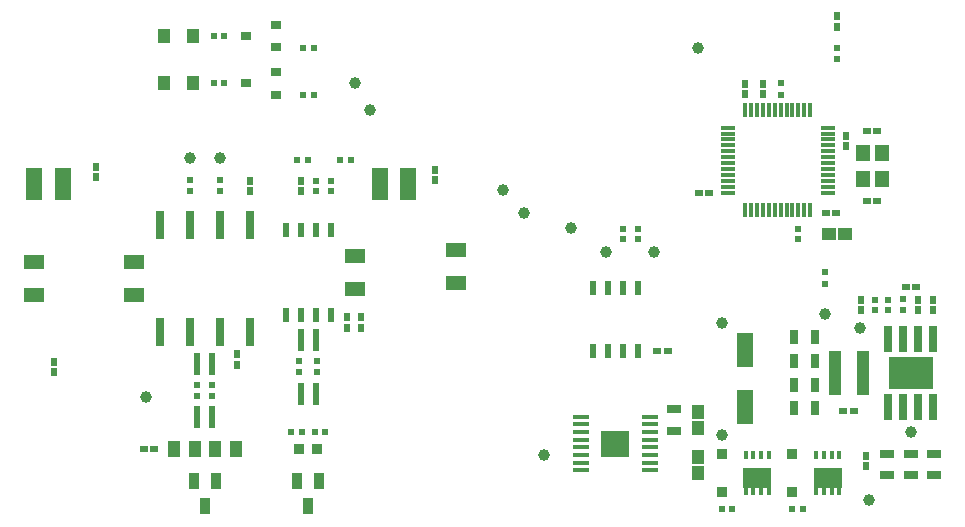
<source format=gtp>
G04*
G04 #@! TF.GenerationSoftware,Altium Limited,Altium Designer,23.9.2 (47)*
G04*
G04 Layer_Color=8421504*
%FSLAX43Y43*%
%MOMM*%
G71*
G04*
G04 #@! TF.SameCoordinates,DD1DA4F9-BAAB-46B1-B849-2321CEA9ED03*
G04*
G04*
G04 #@! TF.FilePolarity,Positive*
G04*
G01*
G75*
%ADD21R,3.700X2.700*%
%ADD22R,0.800X2.200*%
%ADD23R,1.150X1.400*%
%ADD24R,2.460X2.310*%
%ADD25R,1.461X0.356*%
%ADD26R,0.640X2.340*%
%ADD27R,0.508X1.168*%
%ADD28R,1.194X0.305*%
%ADD29R,0.305X1.194*%
%ADD30R,0.530X1.250*%
%ADD31C,1.000*%
%ADD32R,0.660X0.620*%
%ADD33R,0.600X1.850*%
%ADD34R,1.800X1.300*%
%ADD35R,0.620X0.660*%
%ADD36R,0.550X0.550*%
%ADD37R,1.400X2.800*%
%ADD38R,2.370X1.710*%
%ADD39R,0.420X0.700*%
%ADD40R,1.300X0.700*%
%ADD41R,0.900X0.900*%
%ADD42R,0.980X3.700*%
%ADD43R,0.550X0.550*%
%ADD44R,0.700X1.300*%
%ADD45R,1.000X1.150*%
%ADD46R,1.400X3.000*%
%ADD47R,0.600X0.500*%
%ADD48R,1.150X1.000*%
%ADD49R,1.100X1.250*%
%ADD50R,0.950X0.650*%
%ADD51R,0.850X0.900*%
%ADD52R,0.900X1.400*%
%ADD53R,1.000X1.350*%
D21*
X76000Y19500D02*
D03*
D22*
X74095Y16630D02*
D03*
X75365D02*
D03*
X76635D02*
D03*
X77905D02*
D03*
X74095Y22370D02*
D03*
X75365D02*
D03*
X76635D02*
D03*
X77905D02*
D03*
D23*
X73550Y35900D02*
D03*
Y38100D02*
D03*
X71950D02*
D03*
Y35900D02*
D03*
D24*
X51000Y13500D02*
D03*
D25*
X53927Y15775D02*
D03*
Y15125D02*
D03*
Y14475D02*
D03*
Y13825D02*
D03*
Y13175D02*
D03*
Y12525D02*
D03*
Y11875D02*
D03*
Y11225D02*
D03*
X48073D02*
D03*
Y11875D02*
D03*
Y12525D02*
D03*
Y13175D02*
D03*
Y13825D02*
D03*
Y14475D02*
D03*
Y15125D02*
D03*
Y15775D02*
D03*
D26*
X20060Y32035D02*
D03*
X17520D02*
D03*
X14980D02*
D03*
X12440D02*
D03*
Y22965D02*
D03*
X14980D02*
D03*
X17520D02*
D03*
X20060D02*
D03*
D27*
X26905Y31607D02*
D03*
X25635D02*
D03*
X24365D02*
D03*
X23095D02*
D03*
Y24393D02*
D03*
X24365D02*
D03*
X25635D02*
D03*
X26905D02*
D03*
D28*
X69000Y34750D02*
D03*
Y35250D02*
D03*
Y35750D02*
D03*
Y36250D02*
D03*
Y36750D02*
D03*
Y37250D02*
D03*
Y37750D02*
D03*
Y38250D02*
D03*
Y38750D02*
D03*
Y39250D02*
D03*
Y39750D02*
D03*
Y40250D02*
D03*
X60500D02*
D03*
Y39750D02*
D03*
Y39250D02*
D03*
Y38750D02*
D03*
Y38250D02*
D03*
Y37750D02*
D03*
Y37250D02*
D03*
Y36750D02*
D03*
Y36250D02*
D03*
Y35750D02*
D03*
Y35250D02*
D03*
Y34750D02*
D03*
D29*
X67500Y41750D02*
D03*
X67000D02*
D03*
X66500D02*
D03*
X66000D02*
D03*
X65500D02*
D03*
X65000D02*
D03*
X64500D02*
D03*
X64000D02*
D03*
X63500D02*
D03*
X63000D02*
D03*
X62500D02*
D03*
X62000D02*
D03*
Y33250D02*
D03*
X62500D02*
D03*
X63000D02*
D03*
X63500D02*
D03*
X64000D02*
D03*
X64500D02*
D03*
X65000D02*
D03*
X65500D02*
D03*
X66000D02*
D03*
X66500D02*
D03*
X67000D02*
D03*
X67500D02*
D03*
D30*
X52905Y26650D02*
D03*
X51635D02*
D03*
X50365D02*
D03*
X49095D02*
D03*
X52905Y21350D02*
D03*
X51635D02*
D03*
X50365D02*
D03*
X49095D02*
D03*
D31*
X29000Y44000D02*
D03*
X76000Y14500D02*
D03*
X68750Y24500D02*
D03*
X72500Y8750D02*
D03*
X47250Y31750D02*
D03*
X60000Y14250D02*
D03*
Y23750D02*
D03*
X41500Y35000D02*
D03*
X43250Y33000D02*
D03*
X30250Y41750D02*
D03*
X17500Y37637D02*
D03*
X14990D02*
D03*
X54266Y29750D02*
D03*
X50250D02*
D03*
X45000Y12500D02*
D03*
X11250Y17477D02*
D03*
X71750Y23250D02*
D03*
X58000Y47000D02*
D03*
D32*
X54560Y21350D02*
D03*
X55440D02*
D03*
X71190Y16250D02*
D03*
X70310D02*
D03*
X75590Y26750D02*
D03*
X76470D02*
D03*
X58940Y34750D02*
D03*
X58060D02*
D03*
X68810Y33000D02*
D03*
X69690D02*
D03*
X72310Y40000D02*
D03*
X73190D02*
D03*
X73190Y34000D02*
D03*
X72310D02*
D03*
X11940Y13000D02*
D03*
X11060D02*
D03*
D33*
X16885Y15725D02*
D03*
X15615D02*
D03*
Y20275D02*
D03*
X16885D02*
D03*
X25635Y17725D02*
D03*
X24365D02*
D03*
Y22275D02*
D03*
X25635D02*
D03*
D34*
X10250Y28900D02*
D03*
Y26100D02*
D03*
X1750Y28900D02*
D03*
Y26100D02*
D03*
X37500Y29900D02*
D03*
Y27100D02*
D03*
X29000Y29400D02*
D03*
Y26600D02*
D03*
D35*
X70500Y38658D02*
D03*
Y39538D02*
D03*
X69750Y48810D02*
D03*
Y49690D02*
D03*
X3500Y20440D02*
D03*
Y19560D02*
D03*
X7000Y36060D02*
D03*
Y36940D02*
D03*
X35750Y35810D02*
D03*
Y36690D02*
D03*
X72250Y12440D02*
D03*
Y11560D02*
D03*
X77905Y25691D02*
D03*
Y24811D02*
D03*
X76635Y24816D02*
D03*
Y25696D02*
D03*
X71831Y25688D02*
D03*
Y24808D02*
D03*
X63500Y43060D02*
D03*
Y43940D02*
D03*
X62000Y43060D02*
D03*
Y43940D02*
D03*
X28250Y24190D02*
D03*
Y23310D02*
D03*
X24365Y34865D02*
D03*
Y35745D02*
D03*
X29500Y24190D02*
D03*
Y23310D02*
D03*
X19000Y21060D02*
D03*
Y20180D02*
D03*
X20060Y34865D02*
D03*
Y35745D02*
D03*
D36*
X69750Y46050D02*
D03*
Y46950D02*
D03*
X75365Y24801D02*
D03*
Y25701D02*
D03*
X72975Y24796D02*
D03*
Y25696D02*
D03*
X74095Y24792D02*
D03*
Y25692D02*
D03*
X51635Y31700D02*
D03*
Y30800D02*
D03*
X52905Y31700D02*
D03*
Y30800D02*
D03*
X66500Y31700D02*
D03*
Y30800D02*
D03*
X25750Y19550D02*
D03*
Y20450D02*
D03*
X26905Y34865D02*
D03*
Y35765D02*
D03*
X25635Y34865D02*
D03*
Y35765D02*
D03*
X24250Y19550D02*
D03*
Y20450D02*
D03*
X16885Y17550D02*
D03*
Y18450D02*
D03*
X14980Y34875D02*
D03*
Y35775D02*
D03*
X17500Y34875D02*
D03*
Y35775D02*
D03*
X15615Y17550D02*
D03*
Y18450D02*
D03*
D37*
X4200Y35500D02*
D03*
X1800D02*
D03*
X33454D02*
D03*
X31054D02*
D03*
D38*
X69000Y10600D02*
D03*
X63000D02*
D03*
D39*
X69975Y9500D02*
D03*
X69325D02*
D03*
X68675D02*
D03*
X68025D02*
D03*
Y12500D02*
D03*
X68675D02*
D03*
X69325D02*
D03*
X69975D02*
D03*
X63975Y9500D02*
D03*
X63325D02*
D03*
X62675D02*
D03*
X62025D02*
D03*
Y12500D02*
D03*
X62675D02*
D03*
X63325D02*
D03*
X63975D02*
D03*
D40*
X74000Y12650D02*
D03*
Y10850D02*
D03*
X76000Y12650D02*
D03*
Y10850D02*
D03*
X78000Y12650D02*
D03*
Y10850D02*
D03*
X56000Y16400D02*
D03*
Y14600D02*
D03*
D41*
X66000Y12575D02*
D03*
Y9425D02*
D03*
X60000Y12575D02*
D03*
Y9425D02*
D03*
D42*
X71935Y19500D02*
D03*
X69565D02*
D03*
D43*
X66000Y8000D02*
D03*
X66900D02*
D03*
X60000D02*
D03*
X60900D02*
D03*
X17000Y48000D02*
D03*
X17900D02*
D03*
X17000Y44000D02*
D03*
X17900D02*
D03*
X25450Y47000D02*
D03*
X24550D02*
D03*
X25450Y43000D02*
D03*
X24550D02*
D03*
X24450Y14500D02*
D03*
X23550D02*
D03*
X28585Y37500D02*
D03*
X27685D02*
D03*
X24050D02*
D03*
X24950D02*
D03*
X25550Y14500D02*
D03*
X26450D02*
D03*
D44*
X67900Y16500D02*
D03*
X66100D02*
D03*
X67900Y18500D02*
D03*
X66100D02*
D03*
X67900Y20500D02*
D03*
X66100D02*
D03*
X67900Y22500D02*
D03*
X66100D02*
D03*
D45*
X58000Y16175D02*
D03*
Y14825D02*
D03*
Y11022D02*
D03*
Y12372D02*
D03*
D46*
X62000Y16600D02*
D03*
Y21400D02*
D03*
D47*
X65000Y44000D02*
D03*
Y43000D02*
D03*
X68750Y27000D02*
D03*
Y28000D02*
D03*
D48*
X70425Y31250D02*
D03*
X69075D02*
D03*
D49*
X12750Y48000D02*
D03*
X15250D02*
D03*
X12750Y44000D02*
D03*
X15250D02*
D03*
D50*
X22235Y47050D02*
D03*
Y48950D02*
D03*
X19765Y48000D02*
D03*
X22235Y43050D02*
D03*
Y44950D02*
D03*
X19765Y44000D02*
D03*
D51*
X24225Y13000D02*
D03*
X25775D02*
D03*
D52*
X25000Y8200D02*
D03*
X24050Y10300D02*
D03*
X25950D02*
D03*
X16250Y8200D02*
D03*
X15300Y10300D02*
D03*
X17200D02*
D03*
D53*
X18900Y13000D02*
D03*
X17100D02*
D03*
X13600D02*
D03*
X15400D02*
D03*
M02*

</source>
